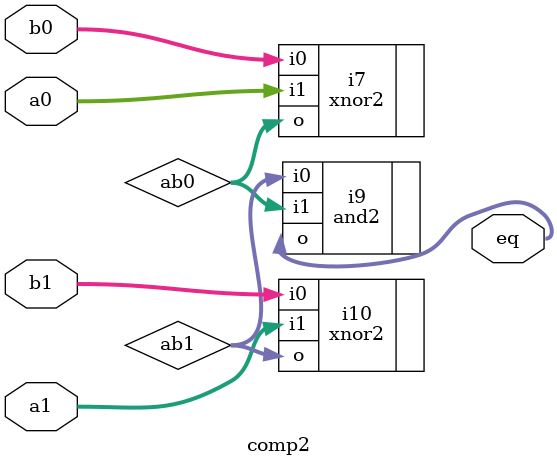
<source format=v>

module comp2 (eq, a0, a1, b0, b1 );
// generated by Concept HDL Direct Version 1.7 21-Apr-94
// on Wed Aug 17 18:56:57 1994
// from /usr3/xiltest/concept/lib/xm4000/comp2/logic

  parameter init = 0;
  parameter size = 0;

  output [size-1:0] eq;
  input [size-1:0] a0;
  input [size-1:0] a1;
  input [size-1:0] b0;
  input [size-1:0] b1;

  wire [size-1:0] ab0;
  wire [size-1:0] ab1;

// begin instances 

  xnor2 i7  (.i0({b0[size-1:0]}),
	.i1({a0[size-1:0]}),
	.o({ab0[size-1:0]}));
  defparam i7.size = size;

  and2 i9  (.i0({ab1[size-1:0]}),
	.i1({ab0[size-1:0]}),
	.o({eq[size-1:0]}));
  defparam i9.size = size;

  xnor2 i10  (.i0({b1[size-1:0]}),
	.i1({a1[size-1:0]}),
	.o({ab1[size-1:0]}));
  defparam i10.size = size;

endmodule // comp2(logic) 

</source>
